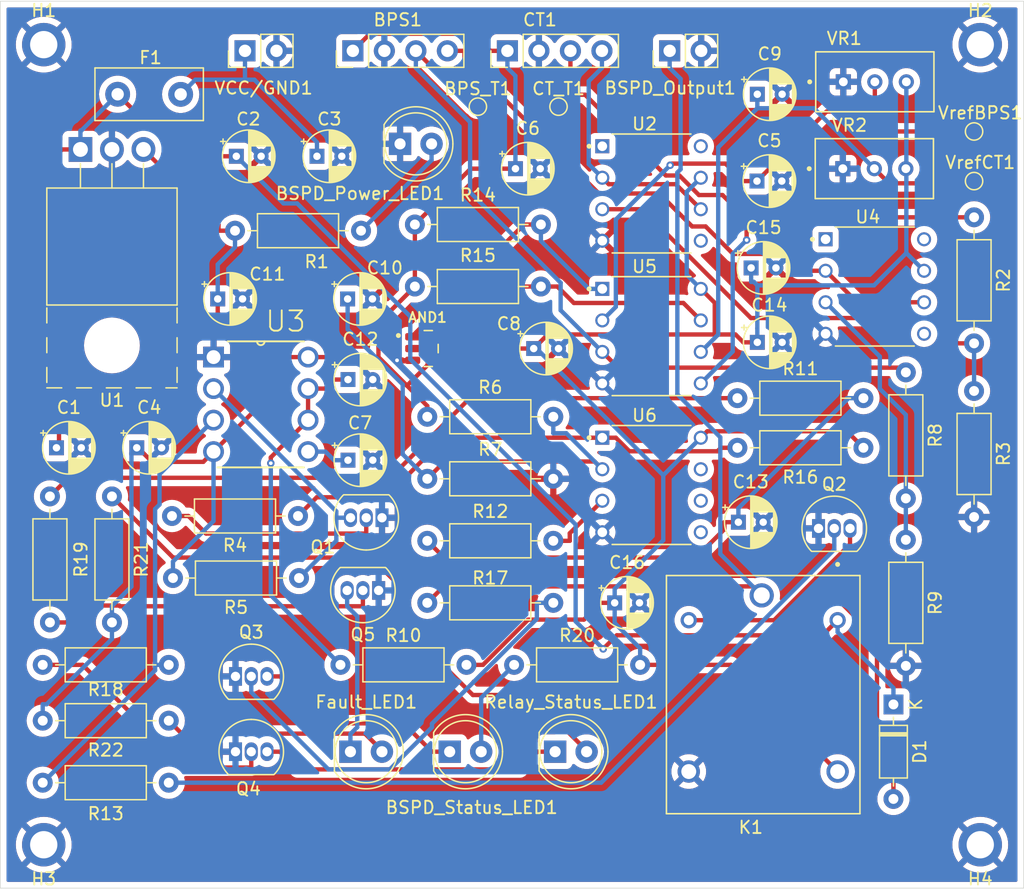
<source format=kicad_pcb>
(kicad_pcb (version 20240108) (generator "pcbnew") (generator_version "8.0")
  (layers (0 "F.Cu" signal) (31 "B.Cu" signal) (34 "B.Paste" user) (35 "F.Paste" user) (36 "B.SilkS" user "B.Silkscreen") (37 "F.SilkS" user "F.Silkscreen") (38 "B.Mask" user) (39 "F.Mask" user) (44 "Edge.Cuts" user))
  (net 0 "")
  (net 1 "CT_OUT")
  (net 2 "5V")
  (net 3 "BPS_OUT")
  (net 4 "AND_OUT")
  (net 5 "GND")
  (net 6 "BPS_IN")
  (net 7 "Net-(BSPD_Power_LED1-A)")
  (net 8 "Net-(BSPD_Status_LED1-A)")
  (net 9 "Net-(BSPD_Status_LED1-K)")
  (net 10 "+12V")
  (net 11 "CT_IN")
  (net 12 "Net-(D1-A)")
  (net 13 "Net-(Fault_LED1-A)")
  (net 14 "Net-(Fault_LED1-K)")
  (net 15 "BSPD_OUT")
  (net 16 "Net-(Q1-C)")
  (net 17 "Net-(Q1-B)")
  (net 18 "Net-(Q2-B)")
  (net 19 "Net-(Q3-B)")
  (net 20 "Net-(Q4-B)")
  (net 21 "Net-(Q4-C)")
  (net 22 "Net-(Q5-B)")
  (net 23 "500ms_out")
  (net 24 "Vref(2.5V)")
  (net 25 "10sec_OUT")
  (net 26 "Net-(Relay_Status_LED1-A)")
  (net 27 "Vref_CT")
  (net 28 "Vref_BPS")
  (net 29 "BPS_VCU")
  (net 30 "CT_VCU")
  (net 31 "Net-(VCC/GND1-Pin_1)")
  (net 32 "Net-(U3-CV)")
  (net 33 "Net-(U3-DIS)")
  (net 34 "Net-(C13-Pad1)")
  (net 35 "Net-(U2-+)")
  (net 36 "Net-(U4-+)")
  (net 37 "Net-(U6-1IN+)")
  (footprint "Capacitor_THT:CP_Radial_D4.0mm_P2.00mm" (layer "F.Cu") (at 107.5274 86)
    (property "Reference" "C11")
    (property "Value" "0.1uf")
  )
  (footprint "NE555:DIP254P762X533-8" (layer "F.Cu") (at 114.81 98.31)
    (property "Reference" "U3")
    (property "Value" "NE555D")
  )
  (footprint "Resistor_THT:R_Axial_DIN0207_L6.3mm_D2.5mm_P10.16mm_Horizontal" (layer "F.Cu") (at 123.42 80)
    (property "Reference" "R14")
    (property "Value" "10k")
  )
  (footprint "Resistor_THT:R_Axial_DIN0207_L6.3mm_D2.5mm_P10.16mm_Horizontal" (layer "F.Cu") (at 163 105.42 -90)
    (property "Reference" "R9")
    (property "Value" "10k")
  )
  (footprint "LED_THT:LED_D5.0mm_IRGrey" (layer "F.Cu") (at 122.225 73.5)
    (property "Reference" "BSPD_Power_LED1")
    (property "Value" "CQY99")
  )
  (footprint "Capacitor_THT:CP_Radial_D4.0mm_P2.00mm" (layer "F.Cu") (at 115.5274 74.5)
    (property "Reference" "C3")
    (property "Value" "0.1uf")
  )
  (footprint "MountingHole:MountingHole_2.2mm_M2_ISO7380_Pad" (layer "F.Cu") (at 93.5 65.5)
    (property "Reference" "H1")
    (property "Value" "MountingHole_Pad")
  )
  (footprint "Capacitor_THT:CP_Radial_D4.0mm_P2.00mm" (layer "F.Cu") (at 151.0274 69.5)
    (property "Reference" "C9")
    (property "Value" "0.1uf")
  )
  (footprint "Trimmer Pot:TRIM_3296W-OT1-103LF" (layer "F.Cu") (at 160.5 68.5)
    (property "Reference" "VR1")
    (property "Value" "10K")
  )
  (footprint "Capacitor_THT:CP_Radial_D4.0mm_P2.00mm" (layer "F.Cu") (at 109.0274 74.5)
    (property "Reference" "C2")
    (property "Value" "0.1uf")
  )
  (footprint "Capacitor_THT:CP_Radial_D4.0mm_P2.00mm" (layer "F.Cu") (at 151.0274 89.5)
    (property "Reference" "C14")
    (property "Value" "0.1uf")
  )
  (footprint "Resistor_THT:R_Axial_DIN0207_L6.3mm_D2.5mm_P10.16mm_Horizontal" (layer "F.Cu") (at 117.42 115.5)
    (property "Reference" "R10")
    (property "Value" "750k")
  )
  (footprint "LM393_THT:DIP794W45P254L959H508Q8" (layer "F.Cu") (at 142.5 89)
    (property "Reference" "U5")
    (property "Value" "LM393DR")
  )
  (footprint "MountingHole:MountingHole_2.2mm_M2_ISO7380_Pad" (layer "F.Cu") (at 169 130 180)
    (property "Reference" "H4")
    (property "Value" "MountingHole_Pad")
  )
  (footprint "Resistor_THT:R_Axial_DIN0207_L6.3mm_D2.5mm_P10.16mm_Horizontal" (layer "F.Cu") (at 123.42 85)
    (property "Reference" "R15")
    (property "Value" "10k")
  )
  (footprint "Single AND Gate:SOT95P280X145-5N" (layer "F.Cu") (at 124.5 90)
    (property "Reference" "AND1")
    (property "Value" "SN74LVC1G08DBVRE4")
  )
  (footprint "Resistor_THT:R_Axial_DIN0207_L6.3mm_D2.5mm_P10.16mm_Horizontal" (layer "F.Cu") (at 159.58 98 180)
    (property "Reference" "R16")
    (property "Value" "10k")
  )
  (footprint "Package_TO_SOT_THT:TO-92_Inline" (layer "F.Cu") (at 120.77 103.64 180)
    (property "Reference" "Q1")
    (property "Value" "2N3904")
  )
  (footprint "Package_TO_SOT_THT:TO-220F-3_Horizontal_TabUp" (layer "F.Cu") (at 96.46 73.95)
    (property "Reference" "U1")
    (property "Value" "L7805")
  )
  (footprint "Capacitor_THT:CP_Radial_D4.0mm_P2.00mm" (layer "F.Cu") (at 139.5274 110.5)
    (property "Reference" "C16")
    (property "Value" "0.1uf")
  )
  (footprint "Resistor_THT:R_Axial_DIN0207_L6.3mm_D2.5mm_P10.16mm_Horizontal" (layer "F.Cu") (at 103.58 120 180)
    (property "Reference" "R22")
    (property "Value" "220")
  )
  (footprint "Resistor_THT:R_Axial_DIN0207_L6.3mm_D2.5mm_P10.16mm_Horizontal" (layer "F.Cu") (at 131.42 115.5)
    (property "Reference" "R20")
    (property "Value" "220")
  )
  (footprint "Capacitor_THT:CP_Radial_D4.0mm_P2.00mm" (layer "F.Cu") (at 118.0274 92.5)
    (property "Reference" "C12")
    (property "Value" "10uF")
  )
  (footprint "Capacitor_THT:CP_Radial_D4.0mm_P2.00mm" (layer "F.Cu") (at 131.5274 75.5)
    (property "Reference" "C6")
    (property "Value" "0.1uf")
  )
  (footprint "Package_TO_SOT_THT:TO-92_Inline" (layer "F.Cu") (at 155.96 104.5)
    (property "Reference" "Q2")
    (property "Value" "2N3904")
  )
  (footprint "Resistor_THT:R_Axial_DIN0207_L6.3mm_D2.5mm_P10.16mm_Horizontal" (layer "F.Cu") (at 114 103.5 180)
    (property "Reference" "R4")
    (property "Value" "1k")
  )
  (footprint "LM741CN_NOPB:DIP794W45P254L959H508Q8" (layer "F.Cu") (at 142.5 77.5)
    (property "Reference" "U2")
    (property "Value" "LM741")
  )
  (footprint "LED_THT:LED_D5.0mm_IRGrey" (layer "F.Cu") (at 118.225 122.5)
    (property "Reference" "Fault_LED1")
    (property "Value" "CQY99")
  )
  (footprint "Resistor_THT:R_Axial_DIN0207_L6.3mm_D2.5mm_P10.16mm_Horizontal" (layer "F.Cu") (at 124.42 105.5)
    (property "Reference" "R12")
    (property "Value" "220")
  )
  (footprint "TestPoint:TestPoint_Pad_D1.0mm" (layer "F.Cu") (at 168.5 72.5)
    (property "Reference" "VrefBPS1")
    (property "Value" "TestPoint")
  )
  (footprint "Resistor_THT:R_Axial_DIN0207_L6.3mm_D2.5mm_P10.16mm_Horizontal" (layer "F.Cu") (at 168.5 93.42 -90)
    (property "Reference" "R3")
    (property "Value" "10k")
  )
  (footprint "Resistor_THT:R_Axial_DIN0207_L6.3mm_D2.5mm_P10.16mm_Horizontal" (layer "F.Cu") (at 99 101.92 -90)
    (property "Reference" "R21")
    (property "Value" "220")
  )
  (footprint "Package_TO_SOT_THT:TO-92_Inline" (layer "F.Cu") (at 108.96 122.5)
    (property "Reference" "Q4")
    (property "Value" "2N3904")
  )
  (footprint "Connector_PinHeader_2.54mm:PinHeader_1x04_P2.54mm_Vertical" (layer "F.Cu") (at 130.88 66 90)
    (property "Reference" "CT1")
    (property "Value" "Screw_Terminal_01x04")
  )
  (footprint "Resistor_THT:R_Axial_DIN0207_L6.3mm_D2.5mm_P10.16mm_Horizontal" (layer "F.Cu") (at 168.5 79.42 -90)
    (property "Reference" "R2")
    (property "Value" "5k")
  )
  (footprint "TestPoint:TestPoint_Pad_D1.0mm" (layer "F.Cu") (at 135 70.5)
    (property "Reference" "CT_T1")
    (property "Value" "TestPoint")
  )
  (footprint "TestPoint:TestPoint_Pad_D1.0mm" (layer "F.Cu") (at 168.5 76.5)
    (property "Reference" "VrefCT1")
    (property "Value" "TestPoint")
  )
  (footprint "TestPoint:TestPoint_Pad_D1.0mm" (layer "F.Cu") (at 128.5 70.5)
    (property "Reference" "BPS_T1")
    (property "Value" "TestPoint")
  )
  (footprint "Capacitor_THT:CP_Radial_D4.0mm_P2.00mm" (layer "F.Cu") (at 149.5 104)
    (property "Reference" "C13")
    (property "Value" "10uF")
  )
  (footprint "Fuse:Fuse_Littelfuse_395Series" (layer "F.Cu") (at 99.46 69.5)
    (property "Reference" "F1")
    (property "Value" "Polyfuse")
  )
  (footprint "LM741CN_NOPB:DIP794W45P254L959H508Q8" (layer "F.Cu") (at 160.5 85)
    (property "Reference" "U4")
    (property "Value" "LM741")
  )
  (footprint "Trimmer Pot:TRIM_3296W-OT1-103LF" (layer "F.Cu") (at 160.46 75.5)
    (property "Reference" "VR2")
    (property "Value" "10K")
  )
  (footprint "Resistor_THT:R_Axial_DIN0207_L6.3mm_D2.5mm_P10.16mm_Horizontal" (layer "F.Cu") (at 149.42 94)
    (property "Reference" "R11")
    (property "Value" "10k")
  )
  (footprint "Package_TO_SOT_THT:TO-92_Inline" (layer "F.Cu") (at 120.5 109.5 180)
    (property "Reference" "Q5")
    (property "Value" "2N3904")
  )
  (footprint "Resistor_THT:R_Axial_DIN0207_L6.3mm_D2.5mm_P10.16mm_Horizontal" (layer "F.Cu") (at 163 91.92 -90)
    (property "Reference" "R8")
    (property "Value" "5k")
  )
  (footprint "Capacitor_THT:CP_Radial_D4.0mm_P2.00mm" (layer "F.Cu") (at 133 90)
    (property "Reference" "C8")
    (property "Value" "0.1uf")
  )
  (footprint "LED_THT:LED_D5.0mm_IRGrey" (layer "F.Cu") (at 134.725 122.5)
    (property "Reference" "Relay_Status_LED1")
    (property "Value" "CQY99")
  )
  (footprint "Connector_PinHeader_2.54mm:PinHeader_1x02_P2.54mm_Vertical" (layer "F.Cu") (at 109.725 66 90)
    (property "Reference" "VCC/GND1")
    (property "Value" "Screw_Terminal_01x02")
  )
  (footprint "Connector_PinHeader_2.54mm:PinHeader_1x04_P2.54mm_Vertical" (layer "F.Cu") (at 118.42 66 90)
    (property "Reference" "BPS1")
    (property "Value" "Screw_Terminal_01x04")
  )
  (footprint "Connector_PinHeader_2.54mm:PinHeader_1x02_P2.54mm_Vertical" (layer "F.Cu") (at 143.96 66 90)
    (property "Reference" "BSPD_Output1")
    (property "Value" "Screw_Terminal_01x02")
  )
  (footprint "Resistor_THT:R_Axial_DIN0207_L6.3mm_D2.5mm_P10.16mm_Horizontal" (layer "F.Cu") (at 94 101.92 -90)
    (property "Reference" "R19")
    (property "Value" "1k")
  )
  (footprint "Resistor_THT:R_Axial_DIN0207_L6.3mm_D2.5mm_P10.16mm_Horizontal" (layer "F.Cu") (at 124.42 95.5)
    (property "Reference" "R6")
    (property "Value" "10k")
  )
  (footprint "Resistor_THT:R_Axial_DIN0207_L6.3mm_D2.5mm_P10.16mm_Horizontal" (layer "F.Cu") (at 124.42 100.5)
    (property "Reference" "R7")
    (property "Value" "10k")
  )
  (footprint "Capacitor_THT:CP_Radial_D4.0mm_P2.00mm" (layer "F.Cu") (at 150.5274 83.5)
    (property "Reference" "C15")
    (property "Value" "0.1uf")
  )
  (footprint "Resistor_THT:R_Axial_DIN0207_L6.3mm_D2.5mm_P10.16mm_Horizontal" (layer "F.Cu") (at 124.42 110.5)
    (property "Reference" "R17")
    (property "Value" "1k")
  )
  (footprint "Capacitor_THT:CP_Radial_D4.0mm_P2.00mm" (layer "F.Cu") (at 94.5274 98)
    (property "Reference" "C1")
    (property "Value" "0.33uf")
  )
  (footprint "MountingHole:MountingHole_2.2mm_M2_ISO7380_Pad" (layer "F.Cu") (at 93.5 130 180)
    (property "Reference" "H3")
    (property "Value" "MountingHole_Pad")
  )
  (footprint "Resistor_THT:R_Axial_DIN0207_L6.3mm_D2.5mm_P10.16mm_Horizontal" (layer "F.Cu") (at 93.42 125)
    (property "Reference" "R13")
    (property "Value" "1k")
  )
  (footprint "Resistor_THT:R_Axial_DIN0207_L6.3mm_D2.5mm_P10.16mm_Horizontal" (layer "F.Cu") (at 119.08 80.5 180)
    (property "Reference" "R1")
    (property "Value" "220")
  )
  (footprint "LM393_THT:DIP794W45P254L959H508Q8" (layer "F.Cu") (at 142.5 101)
    (property "Reference" "U6")
    (property "Value" "LM393DR")
  )
  (footprint "Diode_THT:D_DO-35_SOD27_P7.62mm_Horizontal" (layer "F.Cu") (at 162 118.69 -90)
    (property "Reference" "D1")
    (property "Value" "D")
  )
  (footprint "Resistor_THT:R_Axial_DIN0207_L6.3mm_D2.5mm_P10.16mm_Horizontal" (layer "F.Cu") (at 114.08 108.5 180)
    (property "Reference" "R5")
    (property "Value" "1k")
  )
  (footprint "Package_TO_SOT_THT:TO-92_Inline" (layer "F.Cu") (at 108.96 116.43)
    (property "Reference" "Q3")
    (property "Value" "2N3904")
  )
  (footprint "MountingHole:MountingHole_2.2mm_M2_ISO7380_Pad" (layer "F.Cu") (at 169 65.5)
    (property "Reference" "H2")
    (property "Value" "MountingHole_Pad")
  )
  (footprint "Resistor_THT:R_Axial_DIN0207_L6.3mm_D2.5mm_P10.16mm_Horizontal" (layer "F.Cu") (at 103.58 115.5 180)
    (property "Reference" "R18")
    (property "Value" "1k")
  )
  (footprint "LED_THT:LED_D5.0mm_IRGrey" (layer "F.Cu") (at 126.225 122.5)
    (property "Reference" "BSPD_Status_LED1")
    (property "Value" "CQY99")
  )
  (footprint "Relay SPDT 12V:RELAY_SRD-12VDC-SL-C" (layer "F.Cu") (at 151.5 118 -90)
    (property "Reference" "K1")
    (property "Value" "SRD-12VDC-SL-C")
  )
  (footprint "Capacitor_THT:CP_Radial_D4.0mm_P2.00mm" (layer "F.Cu") (at 118.0274 99)
    (property "Reference" "C7")
    (property "Value" "10nF")
  )
  (footprint "Capacitor_THT:CP_Radial_D4.0mm_P2.00mm" (layer "F.Cu") (at 118 86)
    (property "Reference" "C10")
    (property "Value" "0.1uf")
  )
  (footprint "Capacitor_THT:CP_Radial_D4.0mm_P2.00mm" (layer "F.Cu") (at 151 76.5)
    (property "Reference" "C5")
    (property "Value" "0.1uf")
  )
  (footprint "Capacitor_THT:CP_Radial_D4.0mm_P2.00mm" (layer "F.Cu") (at 101 98)
    (property "Reference" "C4")
    (property "Value" "0.1uf")
  )
  (gr_rect (start 90 62) (end 172.5 133.5) (stroke (width 0.05)) (fill none) (layer "Edge.Cuts"))
  (segment (start 124.5 89.3815) (end 124.5 88.7333) (width 0.35) (layer "F.Cu") (net 1))
  (segment (start 134.9067 85) (end 136.2334 86.3267) (width 0.35) (layer "F.Cu") (net 1))
  (segment (start 123.245 90) (end 123.8815 90) (width 0.35) (layer "F.Cu") (net 1))
  (segment (start 128.2333 85) (end 133.58 85) (width 0.35) (layer "F.Cu") (net 1))
  (segment (start 133.58 85) (end 134.9067 85) (width 0.35) (layer "F.Cu") (net 1))
  (segment (start 123.8815 90) (end 124.5 89.3815) (width 0.35) (layer "F.Cu") (net 1))
  (segment (start 145.0667 86.3267) (end 146.47 87.73) (width 0.35) (layer "F.Cu") (net 1))
  (segment (start 124.5 88.7333) (end 128.2333 85) (width 0.35) (layer "F.Cu") (net 1))
  (segment (start 136.2334 86.3267) (end 145.0667 86.3267) (width 0.35) (layer "F.Cu") (net 1))
  (segment (start 107.5933 80.0033) (end 107.5933 80.5) (width 0.35) (layer "F.Cu") (net 2))
  (segment (start 122.7849 92.9909) (end 124.4516 91.3242) (width 0.35) (layer "F.Cu") (net 2))
  (segment (start 123.42 85) (end 120.484 87.936) (width 0.35) (layer "F.Cu") (net 2))
  (segment (start 107.19 98.31) (end 111 94.5) (width 0.35) (layer "F.Cu") (net 2))
  (segment (start 149.2666 88.8659) (end 147.5957 88.8659) (width 0.35) (layer "F.Cu") (net 2))
  (segment (start 127.58 115.5) (end 128.9067 115.5) (width 0.35) (layer "F.Cu") (net 2))
  (segment (start 124.42 95.5) (end 124.42 94.626) (width 0.35) (layer "F.Cu") (net 2))
  (segment (start 147.5957 86.3157) (end 147.5957 88.8659) (width 0.35) (layer "F.Cu") (net 2))
  (segment (start 148.9 115.5) (end 142.9067 115.5) (width 0.35) (layer "F.Cu") (net 2))
  (segment (start 124.4516 91.3242) (end 124.4516 90.6745) (width 0.35) (layer "F.Cu") (net 2))
  (segment (start 127.92 75.5) (end 131.5274 75.5) (width 0.35) (layer "F.Cu") (net 2))
  (segment (start 146.47 85.19) (end 147.5957 86.3157) (width 0.35) (layer "F.Cu") (net 2))
  (segment (start 101.54 73.95) (end 107.5933 80.0033) (width 0.35) (layer "F.Cu") (net 2))
  (segment (start 138.4007 110.5) (end 137.049 111.8517) (width 0.35) (layer "F.Cu") (net 2))
  (segment (start 122.7849 92.9909) (end 120.484 90.69) (width 0.35) (layer "F.Cu") (net 2))
  (segment (start 120.484 90.69) (end 114.81 90.69) (width 0.35) (layer "F.Cu") (net 2))
  (segment (start 139.5274 110.5) (end 138.4007 110.5) (width 0.35) (layer "F.Cu") (net 2))
  (segment (start 111 90.69) (end 114.81 90.69) (width 0.35) (layer "F.Cu") (net 2))
  (segment (start 146.47 97.19) (end 146.9906 96.6694) (width 0.35) (layer "F.Cu") (net 2))
  (segment (start 146.9906 96.6694) (end 158.2494 96.6694) (width 0.35) (layer "F.Cu") (net 2))
  (segment (start 125.8574 89.1524) (end 125.8574 89.2687) (width 0.35) (layer "F.Cu") (net 2))
  (segment (start 111 94.5) (end 111 90.69) (width 0.35) (layer "F.Cu") (net 2))
  (segment (start 123.42 80) (end 123.42 85) (width 0.35) (layer "F.Cu") (net 2))
  (segment (start 131.142 89.2687) (end 131.8733 90) (width 0.35) (layer "F.Cu") (net 2))
  (segment (start 137.049 111.8517) (end 132.555 111.8517) (width 0.35) (layer "F.Cu") (net 2))
  (segment (start 151.0274 89.5) (end 149.9007 89.5) (width 0.35) (layer "F.Cu") (net 2))
  (segment (start 125.8574 89.2687) (end 131.142 89.2687) (width 0.35) (layer "F.Cu") (net 2))
  (segment (start 108.92 80.5) (end 107.5933 80.5) (width 0.35) (layer "F.Cu") (net 2))
  (segment (start 120.484 87.936) (end 120.484 90.69) (width 0.35) (layer "F.Cu") (net 2))
  (segment (start 118.42 66) (end 119.7967 64.6233) (width 0.35) (layer "F.Cu") (net 2))
  (segment (start 119.7967 64.6233) (end 128.1266 64.6233) (width 0.35) (layer "F.Cu") (net 2))
  (segment (start 101.1014 98) (end 101 98) (width 0.35) (layer "F.Cu") (net 2))
  (segment (start 133 90) (end 131.8733 90) (width 0.35) (layer "F.Cu") (net 2))
  (segment (start 132.555 111.8517) (end 128.9067 115.5) (width 0.35) (layer "F.Cu") (net 2))
  (segment (start 111 90.5993) (end 107.5274 87.1267) (width 0.35) (layer "F.Cu") (net 2))
  (segment (start 147.5957 88.8659) (end 134.1341 88.8659) (width 0.35) (layer "F.Cu") (net 2))
  (segment (start 134.1341 88.8659) (end 133 90) (width 0.35) (layer "F.Cu") (net 2))
  (segment (start 102.2375 99.1361) (end 101.1014 98) (width 0.35) (layer "F.Cu") (net 2))
  (segment (start 124.42 94.626) (end 122.7849 92.9909) (width 0.35) (layer "F.Cu") (net 2))
  (segment (start 111 90.69) (end 111 90.5993) (width 0.35) (layer "F.Cu") (net 2))
  (segment (start 125.755 89.05) (end 125.8574 89.1524) (width 0.35) (layer "F.Cu") (net 2))
  (segment (start 158.2494 96.6694) (end 159.58 98) (width 0.35) (layer "F.Cu") (net 2))
  (segment (start 141.58 115.5) (end 142.9067 115.5) (width 0.35) (layer "F.Cu") (net 2))
  (segment (start 149.9007 89.5) (end 149.2666 88.8659) (width 0.35) (layer "F.Cu") (net 2))
  (segment (start 157.5 124.1) (end 148.9 115.5) (width 0.35) (layer "F.Cu") (net 2))
  (segment (start 123.42 80) (end 127.92 75.5) (width 0.35) (layer "F.Cu") (net 2))
  (segment (start 124.4516 90.6745) (end 125.8574 89.2687) (width 0.35) (layer "F.Cu") (net 2))
  (segment (start 107.19 98.31) (end 106.3639 99.1361) (width 0.35) (layer "F.Cu") (net 2))
  (segment (start 130.88 66) (end 129.5033 66) (width 0.35) (layer "F.Cu") (net 2))
  (segment (start 107.5274 86) (end 107.5274 87.1267) (width 0.35) (layer "F.Cu") (net 2))
  (segment (start 106.3639 99.1361) (end 102.2375 99.1361) (width 0.35) (layer "F.Cu") (net 2))
  (segment (start 128.1266 64.6233) (end 129.5033 66) (width 0.35) (layer "F.Cu") (net 2))
  (segment (start 108.92 80.5) (end 108.92 81.8267) (width 0.35) (layer "B.Cu") (net 2))
  (segment (start 139.5274 110.5) (end 139.5274 109.3733) (width 0.35) (layer "B.Cu") (net 2))
  (segment (start 99 112.08) (end 99 110.7533) (width 0.35) (layer "B.Cu") (net 2))
  (segment (start 143.4439 100.2161) (end 133.2278 90) (width 0.35) (layer "B.Cu") (net 2))
  (segment (start 143.4439 100.2161) (end 143.4439 105.4568) (width 0.35) (layer "B.Cu") (net 2))
  (segment (start 141.58 115.5) (end 141.58 114.1733) (width 0.35) (layer "B.Cu") (net 2))
  (segment (start 100.5728 98.4272) (end 100.5728 109.1805) (width 0.35) (layer "B.Cu") (net 2))
  (segment (start 131.5274 68.0241) (end 130.88 67.3767) (width 0.35) (layer "B.Cu") (net 2))
  (segment (start 99 112.08) (end 99 113.4067) (width 0.35) (layer "B.Cu") (net 2))
  (segment (start 101 98) (end 100.5728 98.4272) (width 0.35) (layer "B.Cu") (net 2))
  (segment (start 151.0274 84.9062) (end 160.4338 84.9062) (width 0.35) (layer "B.Cu") (net 2))
  (segment (start 93.7334 118.6733) (end 93.42 118.6733) (width 0.35) (layer "B.Cu") (net 2))
  (segment (start 146.47 97.19) (end 143.4439 100.2161) (width 0.35) (layer "B.Cu") (net 2))
  (segment (start 163.04 82.3) (end 163.04 75.5) (width 0.35) (layer "B.Cu") (net 2))
  (segment (start 107.19 103.9033) (end 107.19 98.31) (width 0.35) (layer "B.Cu") (net 2))
  (segment (start 107.5274 83.2193) (end 108.92 81.8267) (width 0.35) (layer "B.Cu") (net 2))
  (segment (start 143.4439 105.4568) (end 139.5274 109.3733) (width 0.35) (layer "B.Cu") (net 2))
  (segment (start 150.5274 83.5) (end 150.5274 84.6267) (width 0.35) (layer "B.Cu") (net 2))
  (segment (start 151.0274 84.9062) (end 151.0274 88.3733) (width 0.35) (layer "B.Cu") (net 2))
  (segment (start 150.5274 84.6267) (end 150.7479 84.6267) (width 0.35) (layer "B.Cu") (net 2))
  (segment (start 139.5274 110.5) (end 139.5274 112.1207) (width 0.35) (layer "B.Cu") (net 2))
  (segment (start 151.0274 89.5) (end 151.0274 88.3733) (width 0.35) (layer "B.Cu") (net 2))
  (segment (start 100.5728 109.1805) (end 99 110.7533) (width 0.35) (layer "B.Cu") (net 2))
  (segment (start 146.47 85.19) (end 145.3366 84.0566) (width 0.35) (layer "B.Cu") (net 2))
  (segment (start 107.5274 86) (end 107.5274 83.2193) (width 0.35) (layer "B.Cu") (net 2))
  (segment (start 150.7479 84.6267) (end 151.0274 84.9062) (width 0.35) (layer "B.Cu") (net 2))
  (segment (start 160.4338 84.9062) (end 163.04 82.3) (width 0.35) (layer "B.Cu") (net 2))
  (segment (start 103.92 107.1733) (end 107.19 103.9033) (width 0.35) (layer "B.Cu") (net 2))
  (segment (start 131.5274 75.5) (end 131.5274 68.0241) (width 0.35) (layer "B.Cu") (net 2))
  (segment (start 164.47 83.73) (end 163.04 82.3) (width 0.35) (layer "B.Cu") (net 2))
  (segment (start 103.92 108.5) (end 103.92 107.1733) (width 0.35) (layer "B.Cu") (net 2))
  (segment (start 99 113.4067) (end 93.7334 118.6733) (width 0.35) (layer "B.Cu") (net 2))
  (segment (start 163 75.5) (end 163.04 75.5) (width 0.35) (layer "B.Cu") (net 2))
  (segment (start 130.88 66) (end 130.88 67.3767) (width 0.35) (layer "B.Cu") (net 2))
  (segment (start 133.2278 90) (end 133 90) (width 0.35) (layer "B.Cu") (net 2))
  (segment (start 145.3366 77.3634) (end 146.47 76.23) (width 0.35) (layer "B.Cu") (net 2))
  (segment (start 145.3366 84.0566) (end 145.3366 77.3634) (width 0.35) (layer "B.Cu") (net 2))
  (segment (start 93.42 120) (end 93.42 118.6733) (width 0.35) (layer "B.Cu") (net 2))
  (segment (start 163.04 75.5) (end 163.04 68.5) (width 0.35) (layer "B.Cu") (net 2))
  (segment (start 139.5274 112.1207) (end 141.58 114.1733) (width 0.35) (layer "B.Cu") (net 2))
  (segment (start 132.2174 80) (end 133.58 80) (width 0.35) (layer "F.Cu") (net 3))
  (segment (start 123.245 89.05) (end 123.245 88.9724) (width 0.35) (layer "F.Cu") (net 3))
  (segment (start 123.245 88.9724) (end 132.2174 80) (width 0.35) (layer "F.Cu") (net 3))
  (segment (start 138.53 85.19) (end 137.4383 85.19) (width 0.35) (layer "B.Cu") (net 3))
  (segment (start 133.58 81.3267) (end 137.4383 85.185) (width 0.35) (layer "B.Cu") (net 3))
  (segment (start 133.58 80) (end 133.58 81.3267) (width 0.35) (layer "B.Cu") (net 3))
  (segment (start 137.4383 85.185) (end 137.4383 85.19) (width 0.35) (layer "B.Cu") (net 3))
  (segment (start 128.3285 93.5234) (end 128.805 94) (width 0.35) (layer "F.Cu") (net 4))
  (segment (start 128.3285 93.5234) (end 121.4328 100.4191) (width 0.35) (layer "F.Cu") (net 4))
  (segment (start 128.805 94) (end 149.42 94) (width 0.35) (layer "F.Cu") (net 4))
  (segment (start 95.5009 100.4191) (end 94 101.92) (width 0.35) (layer "F.Cu") (net 4))
  (segment (start 125.755 90.95) (end 128.3285 93.5234) (width 0.35) (layer "F.Cu") (net 4))
  (segment (start 121.4328 100.4191) (end 95.5009 100.4191) (width 0.35) (layer "F.Cu") (net 4))
  (segment (start 121.9812 90.95) (end 123.245 90.95) (width 0.35) (layer "F.Cu") (net 5))
  (via (at 121.9812 90.95) (size 0.6) (drill 0.3) (layers "F.Cu" "B.Cu") (net 5))
  (segment (start 123.5 66) (end 128 70.5) (width 0.35) (layer "F.Cu") (net 6))
  (segment (start 162.62 91.54) (end 139.8 91.54) (width 0.35) (layer "F.Cu") (net 6))
  (segment (start 128 70.5) (end 128.5 70.5) (width 0.35) (layer "F.Cu") (net 6))
  (segment (start 163 91.92) (end 162.62 91.54) (width 0.35) (layer "F.Cu") (net 6))
  (segment (start 139.8 91.54) (end 138.53 90.27) (width 0.35) (layer "F.Cu") (net 6))
  (segment (start 138.53 90.27) (end 135.1712 86.9112) (width 0.35) (layer "B.Cu") (net 6))
  (segment (start 135.1712 84.6963) (end 127.8702 77.3953) (width 0.35) (layer "B.Cu") (net 6))
  (segment (start 123.5 66) (end 123.5 67.3767) (width 0.35) (layer "B.Cu") (net 6))
  (segment (start 127.8702 77.3953) (end 127.8702 71.7469) (width 0.35) (layer "B.Cu") (net 6))
  (segment (start 135.1712 86.9112) (end 135.1712 84.6963) (width 0.35) (layer "B.Cu") (net 6))
  (segment (start 127.8702 71.7469) (end 123.5 67.3767) (width 0.35) (layer "B.Cu") (net 6))
  (segment (start 119.08 80.5) (end 124.765 74.815) (width 0.35) (layer "B.Cu") (net 7))
  (segment (start 124.765 74.815) (end 124.765 73.5) (width 0.35) (layer "B.Cu") (net 7))
  (segment (start 128.765 122.5) (end 128.765 118.155) (width 0.35) (layer "B.Cu") (net 8))
  (segment (start 128.765 118.155) (end 131.42 115.5) (width 0.35) (layer "B.Cu") (net 8))
  (segment (start 116.3352 120.2135) (end 112.5517 116.43) (width 0.35) (layer "F.Cu") (net 9))
  (segment (start 111.5 116.43) (end 112.5517 116.43) (width 0.35) (layer "F.Cu") (net 9))
  (segment (start 122.5118 120.2135) (end 116.3352 120.2135) (width 0.35) (layer "F.Cu") (net 9))
  (segment (start 126.225 122.5) (end 124.7983 122.5) (width 0.35) (layer "F.Cu") (net 9))
  (segment (start 124.7983 122.5) (end 122.5118 120.2135) (width 0.35) (layer "F.Cu") (net 9))
  (segment (start 94.7318 98) (end 94.7318 74.199) (width 0.35) (layer "F.Cu") (net 10))
  (segment (start 156.2844 113.1156) (end 139.7 113.1156) (width 0.35) (layer "F.Cu") (net 10))
  (segment (start 139.7 113.1156) (end 138.6013 114.2143) (width 0.35) (layer "F.Cu") (net 10))
  (segment (start 104.46 74.5) (end 99.46 69.5) (width 0.35) (layer "F.Cu") (net 10))
  (segment (start 94.7318 74.199) (end 94.9808 73.95) (width 0.35) (layer "F.Cu") (net 10))
  (segment (start 157.5 111.9) (end 156.2844 113.1156) (width 0.35) (layer "F.Cu") (net 10))
  (segment (start 109.0274 74.5) (end 104.46 74.5) (width 0.35) (layer "F.Cu") (net 10))
  (segment (start 96.46 73.95) (end 94.9808 73.95) (width 0.35) (layer "F.Cu") (net 10))
  (segment (start 94.5274 98) (end 94.7318 98) (width 0.35) (layer "F.Cu") (net 10))
  (via (at 138.6013 114.2143) (size 0.6) (drill 0.3) (layers "F.Cu" "B.Cu") (net 10))
  (segment (start 96.46 72.4233) (end 96.5367 72.4233) (width 0.35) (layer "B.Cu") (net 10))
  (segment (start 96.5367 72.4233) (end 99.46 69.5) (width 0.35) (layer "B.Cu") (net 10))
  (segment (start 162 118.69) (end 162 117.3633) (width 0.35) (layer "B.Cu") (net 10))
  (segment (start 136.3806 104.1855) (end 123.0493 90.8542) (width 0.35) (layer "B.Cu") (net 10))
  (segment (start 96.46 73.95) (end 96.46 72.4233) (width 0.35) (layer "B.Cu") (net 10))
  (segment (start 136.3806 111.9936) (end 136.3806 104.1855) (width 0.35) (layer "B.Cu") (net 10))
  (segment (start 112.8274 78.3) (end 109.0274 74.5) (width 0.35) (layer "B.Cu") (net 10))
  (segment (start 123.0493 90.8542) (end 123.0493 87.4197) (width 0.35) (layer "B.Cu") (net 10))
  (segment (start 157.5 112.8633) (end 162 117.3633) (width 0.35) (layer "B.Cu") (net 10))
  (segment (start 123.0493 87.4197) (end 113.9296 78.3) (width 0.35) (layer "B.Cu") (net 10))
  (segment (start 157.5 111.9) (end 157.5 112.8633) (width 0.35) (layer "B.Cu") (net 10))
  (segment (start 113.9296 78.3) (end 112.8274 78.3) (width 0.35) (layer "B.Cu") (net 10))
  (segment (start 138.6013 114.2143) (end 136.3806 111.9936) (width 0.35) (layer "B.Cu") (net 10))
  (segment (start 135.96 69.54) (end 137.1447 69.54) (width 0.35) (layer "F.Cu") (net 11))
  (segment (start 144.7445 76.0503) (end 146.3194 77.6252) (width 0.35) (layer "F.Cu") (net 11))
  (segment (start 135.96 69.54) (end 135.96 66) (width 0.35) (layer "F.Cu") (net 11))
  (segment (start 135 70.5) (end 135.96 69.54) (width 0.35) (layer "F.Cu") (net 11))
  (segment (start 150.1639 79.5679) (end 150.3118 79.42) (width 0.35) (layer "F.Cu") (net 11))
  (segment (start 148.2212 77.6252) (end 150.1639 79.5679) (width 0.35) (layer "F.Cu") (net 11))
  (segment (start 150.1639 81.254) (end 150.1639 79.5679) (width 0.35) (layer "F.Cu") (net 11))
  (segment (start 143.655 76.0503) (end 144.7445 76.0503) (width 0.35) (layer "F.Cu") (net 11))
  (segment (start 137.1447 69.54) (end 143.655 76.0503) (width 0.35) (layer "F.Cu") (net 11))
  (segment (start 150.3118 79.42) (end 168.5 79.42) (width 0.35) (layer "F.Cu") (net 11))
  (segment (start 146.3194 77.6252) (end 148.2212 77.6252) (width 0.35) (layer "F.Cu") (net 11))
  (via (at 150.1639 81.254) (size 0.6) (drill 0.3) (layers "F.Cu" "B.Cu") (net 11))
  (segment (start 149.0431 82.3748) (end 150.1639 81.254) (width 0.35) (layer "B.Cu") (net 11))
  (segment (start 146.47 92.81) (end 149.0431 90.2369) (width 0.35) (layer "B.Cu") (net 11))
  (segment (start 149.0431 90.2369) (end 149.0431 82.3748) (width 0.35) (layer "B.Cu") (net 11))
  (segment (start 155.7835 108.4932) (end 152.3767 111.9) (width 0.35) (layer "F.Cu") (net 12))
  (segment (start 155.7835 108.4932) (end 160.6733 113.383) (width 0.35) (layer "F.Cu") (net 12))
  (segment (start 160.6733 113.383) (end 160.6733 123.6566) (width 0.35) (layer "F.Cu") (net 12))
  (segment (start 160.6733 123.6566) (end 162 124.9833) (width 0.35) (layer "F.Cu") (net 12))
  (segment (start 158.5 104.5) (end 158.5 105.7767) (width 0.35) (layer "F.Cu") (net 12))
  (segment (start 158.5 105.7767) (end 155.7835 108.4932) (width 0.35) (layer "F.Cu") (net 12))
  (segment (start 152.3767 111.9) (end 145.5 111.9) (width 0.35) (layer "F.Cu") (net 12))
  (segment (start 162 126.31) (end 162 124.9833) (width 0.35) (layer "F.Cu") (net 12))
  (segment (start 120.765 122.5) (end 120.765 122.4109) (width 0.35) (layer "F.Cu") (net 13))
  (segment (start 104.6235 121.0435) (end 103.58 120) (width 0.35) (layer "F.Cu") (net 13))
  (segment (start 120.765 122.4109) (end 119.3976 121.0435) (width 0.35) (layer "F.Cu") (net 13))
  (segment (start 119.3976 121.0435) (end 104.6235 121.0435) (width 0.35) (layer "F.Cu") (net 13))
  (segment (start 117.96 110.7767) (end 118.7737 111.5904) (width 0.35) (layer "B.Cu") (net 14))
  (segment (start 118.225 122.5) (end 118.225 121.0733) (width 0.35) (layer "B.Cu") (net 14))
  (segment (start 118.7737 111.5904) (end 118.7737 120.5246) (width 0.35) (layer "B.Cu") (net 14))
  (segment (start 118.7737 120.5246) (end 118.225 121.0733) (width 0.35) (layer "B.Cu") (net 14))
  (segment (start 117.96 109.5) (end 117.96 110.7767) (width 0.35) (layer "B.Cu") (net 14))
  (segment (start 125.7467 109.1733) (end 124.42 110.5) (width 0.35) (layer "F.Cu") (net 15))
  (segment (start 150.6533 109.1733) (end 125.7467 109.1733) (width 0.35) (layer "F.Cu") (net 15))
  (segment (start 151.38 109.9) (end 150.6533 109.1733) (width 0.35) (layer "F.Cu") (net 15))
  (segment (start 151.38 109.9) (end 148.0434 106.5634) (width 0.35) (layer "B.Cu") (net 15))
  (segment (start 148.0434 106.5634) (end 148.0434 97.1553) (width 0.35) (layer "B.Cu") (net 15))
  (segment (start 148.0434 97.1553) (end 144.5802 93.6921) (width 0.35) (layer "B.Cu") (net 15))
  (segment (start 144.8422 68.2589) (end 143.96 67.3767) (width 0.35) (layer "B.Cu") (net 15))
  (segment (start 144.8422 75.548) (end 144.8422 68.2589) (width 0.35) (layer "B.Cu") (net 15))
  (segment (start 144.5802 93.6921) (end 144.5802 75.81) (width 0.35) (layer "B.Cu") (net 15))
  (segment (start 144.5802 75.81) (end 144.8422 75.548) (width 0.35) (layer "B.Cu") (net 15))
  (segment (start 143.96 66) (end 143.96 67.3767) (width 0.35) (layer "B.Cu") (net 15))
  (segment (start 107.19 93.23) (end 117.0879 103.1279) (width 0.35) (layer "B.Cu") (net 16))
  (segment (start 117.0879 103.1279) (end 117.0879 103.64) (width 0.35) (layer "B.Cu") (net 16))
  (segment (start 117.0879 103.64) (end 117.0879 105.4921) (width 0.35) (layer "B.Cu") (net 16))
  (segment (start 118.23 103.64) (end 117.7042 103.64) (width 0.35) (layer "B.Cu") (net 16))
  (segment (start 117.7042 103.64) (end 117.0879 103.64) (width 0.35) (layer "B.Cu") (net 16))
  (segment (start 117.0879 105.4921) (end 114.08 108.5) (width 0.35) (layer "B.Cu") (net 16))
  (segment (start 103.84 103.5) (end 105.1667 103.5) (width 0.35) (layer "F.Cu") (net 17))
  (segment (start 119.5 103.64) (end 119.5 104.9167) (width 0.35) (layer "F.Cu") (net 17))
  (segment (start 119.5 104.9167) (end 106.5834 104.9167) (width 0.35) (layer "F.Cu") (net 17))
  (segment (start 106.5834 104.9167) (end 105.1667 103.5) (width 0.35) (layer "F.Cu") (net 17))
  (segment (start 138.4352 125) (end 157.23 106.2052) (width 0.35) (layer "B.Cu") (net 18))
  (segment (start 157.23 106.2052) (end 157.23 104.5) (width 0.35) (layer "B.Cu") (net 18))
  (segment (start 103.58 125) (end 138.4352 125) (width 0.35) (layer "B.Cu") (net 18))
  (segment (start 133.2533 110.5) (end 133.2533 111.7849) (width 0.35) (layer "B.Cu") (net 19))
  (segment (start 116.45 123.9267) (end 110.23 117.7067) (width 0.35) (layer "B.Cu") (net 19))
  (segment (start 134.58 110.5) (end 133.2533 110.5) (width 0.35) (layer "B.Cu") (net 19))
  (segment (start 124.7998 120.2384) (end 124.7998 120.5293) (width 0.35) (layer "B.Cu") (net 19))
  (segment (start 124.7998 120.5293) (end 121.4024 123.9267) (width 0.35) (layer "B.Cu") (net 19))
  (segment (start 110.23 116.43) (end 110.23 117.7067) (width 0.35) (layer "B.Cu") (net 19))
  (segment (start 121.4024 123.9267) (end 116.45 123.9267) (width 0.35) (layer "B.Cu") (net 19))
  (segment (start 133.2533 111.7849) (end 124.7998 120.2384) (width 0.35) (layer "B.Cu") (net 19))
  (segment (start 110.23 122.5) (end 110.23 123.7767) (width 0.35) (layer "F.Cu") (net 20))
  (segment (start 96.63 115.5) (end 104.9067 123.7767) (width 0.35) (layer "F.Cu") (net 20))
  (segment (start 104.9067 123.7767) (end 110.23 123.7767) (width 0.35) (layer "F.Cu") (net 20))
  (segment (start 93.42 115.5) (end 96.63 115.5) (width 0.35) (layer "F.Cu") (net 20))
  (segment (start 113.9784 123.9267) (end 131.8716 123.9267) (width 0.35) (layer "F.Cu") (net 21))
  (segment (start 112.5517 122.5) (end 113.9784 123.9267) (width 0.35) (layer "F.Cu") (net 21))
  (segment (start 131.8716 123.9267) (end 133.2983 122.5) (width 0.35) (layer "F.Cu") (net 21))
  (segment (start 134.725 122.5) (end 133.2983 122.5) (width 0.35) (layer "F.Cu") (net 21))
  (segment (start 111.5 122.5) (end 112.5517 122.5) (width 0.35) (layer "F.Cu") (net 21))
  (segment (start 96.6894 110.7173) (end 95.3267 112.08) (width 0.35) (layer "F.Cu") (net 22))
  (segment (start 99.5947 110.7173) (end 96.6894 110.7173) (width 0.35) (layer "F.Cu") (net 22))
  (segment (start 94 112.08) (end 95.3267 112.08) (width 0.35) (layer "F.Cu") (net 22))
  (segment (start 119.23 110.7767) (end 99.6541 110.7767) (width 0.35) (layer "F.Cu") (net 22))
  (segment (start 99.6541 110.7767) (end 99.5947 110.7173) (width 0.35) (layer "F.Cu") (net 22))
  (segment (start 119.23 109.5) (end 119.23 110.7767) (width 0.35) (layer "F.Cu") (net 22))
  (segment (start 125.8539 97.19) (end 138.53 97.19) (width 0.35) (layer "F.Cu") (net 23))
  (segment (start 147.8116 98.2817) (end 140.7134 98.2817) (width 0.35) (layer "F.Cu") (net 23))
  (segment (start 114 103.5) (end 115.5104 101.9896) (width 0.35) (layer "F.Cu") (net 23))
  (segment (start 121.0543 101.9896) (end 125.8539 97.19) (width 0.35) (layer "F.Cu") (net 23))
  (segment (start 140.7134 98.2817) (end 139.6217 97.19) (width 0.35) (layer "F.Cu") (net 23))
  (segment (start 149.42 98) (end 148.0933 98) (width 0.35) (layer "F.Cu") (net 23))
  (segment (start 138.53 97.19) (end 139.6217 97.19) (width 0.35) (layer "F.Cu") (net 23))
  (segment (start 115.5104 101.9896) (end 121.0543 101.9896) (width 0.35) (layer "F.Cu") (net 23))
  (segment (start 148.0933 98) (end 147.8116 98.2817) (width 0.35) (layer "F.Cu") (net 23))
  (segment (start 137.9049 99.1049) (end 138.53 99.73) (width 0.35) (layer "F.Cu") (net 24))
  (segment (start 125.8151 99.1049) (end 137.9049 99.1049) (width 0.35) (layer "F.Cu") (net 24))
  (segment (start 124.42 100.5) (end 125.8151 99.1049) (width 0.35) (layer "F.Cu") (net 24))
  (segment (start 122.4401 92.8919) (end 118 88.4518) (width 0.35) (layer "B.Cu") (net 24))
  (segment (start 122.4401 98.5201) (end 122.4401 92.8919) (width 0.35) (layer "B.Cu") (net 24))
  (segment (start 134.58 95.5) (end 134.58 96.8267) (width 0.35) (layer "B.Cu") (net 24))
  (segment (start 124.42 100.5) (end 122.4401 98.5201) (width 0.35) (layer "B.Cu") (net 24))
  (segment (start 135.6267 96.8267) (end 134.58 96.8267) (width 0.35) (layer "B.Cu") (net 24))
  (segment (start 118 88.4518) (end 118 86) (width 0.35) (layer "B.Cu") (net 24))
  (segment (start 138.53 99.73) (end 135.6267 96.8267) (width 0.35) (layer "B.Cu") (net 24))
  (segment (start 102.8356 102.5737) (end 102.8356 100.1244) (width 0.35) (layer "B.Cu") (net 25))
  (segment (start 102.4783 115.5) (end 102.4784 115.5) (width 0.35) (layer "B.Cu") (net 25))
  (segment (start 102.4784 115.5) (end 102.4784 102.9309) (width 0.35) (layer "B.Cu") (net 25))
  (segment (start 102.4783 115.9417) (end 102.4783 115.5) (width 0.35) (layer "B.Cu") (net 25))
  (segment (start 102.8356 100.1244) (end 107.19 95.77) (width 0.35) (layer "B.Cu") (net 25))
  (segment (start 102.4784 115.5) (end 103.58 115.5) (width 0.35) (layer "B.Cu") (net 25))
  (segment (start 93.42 125) (end 102.4783 115.9417) (width 0.35) (layer "B.Cu") (net 25))
  (segment (start 102.4784 102.9309) (end 102.8356 102.5737) (width 0.35) (layer "B.Cu") (net 25))
  (segment (start 132.7849 117.9308) (end 137.265 122.4109) (width 0.35) (layer "F.Cu") (net 26))
  (segment (start 99 101.92) (end 103.9314 106.8514) (width 0.35) (layer "F.Cu") (net 26))
  (segment (start 103.9314 106.8514) (end 119.9015 106.8514) (width 0.35) (layer "F.Cu") (net 26))
  (segment (start 128.0929 117.9308) (end 132.7849 117.9308) (width 0.35) (layer "F.Cu") (net 26))
  (segment (start 122.0046 108.9545) (end 122.0046 111.8425) (width 0.35) (layer "F.Cu") (net 26))
  (segment (start 137.265 122.4109) (end 137.265 122.5) (width 0.35) (layer "F.Cu") (net 26))
  (segment (start 119.9015 106.8514) (end 122.0046 108.9545) (width 0.35) (layer "F.Cu") (net 26))
  (segment (start 122.0046 111.8425) (end 128.0929 117.9308) (width 0.35) (layer "F.Cu") (net 26))
  (segment (start 161.6381 76.6781) (end 168.3219 76.6781) (width 0.35) (layer "F.Cu") (net 27))
  (segment (start 168.3219 76.6781) (end 168.5 76.5) (width 0.35) (layer "F.Cu") (net 27))
  (segment (start 160.46 75.5) (end 161.6381 76.6781) (width 0.35) (layer "F.Cu") (net 27))
  (segment (start 160.46 75.5) (end 155.5867 70.6267) (width 0.35) (layer "B.Cu") (net 27))
  (segment (start 147.8737 73.7804) (end 147.8737 88.8663) (width 0.35) (layer "B.Cu") (net 27))
  (segment (start 151.0274 69.5) (end 151.0274 70.6267) (width 0.35) (layer "B.Cu") (net 27))
  (segment (start 151.0274 70.6267) (end 147.8737 73.7804) (width 0.35) (layer "B.Cu") (net 27))
  (segment (start 155.5867 70.6267) (end 151.0274 70.6267) (width 0.35) (layer "B.Cu") (net 27))
  (segment (start 147.8737 88.8663) (end 146.47 90.27) (width 0.35) (layer "B.Cu") (net 27))
  (segment (start 156.608 70.892) (end 151 76.5) (width 0.35) (layer "F.Cu") (net 28))
  (segment (start 144.1292 75.0918) (end 148.4651 75.0918) (width 0.35) (layer "F.Cu") (net 28))
  (segment (start 160.5 70.892) (end 156.608 70.892) (width 0.35) (layer "F.Cu") (net 28))
  (segment (start 162.108 72.5) (end 160.5 70.892) (width 0.35) (layer "F.Cu") (net 28))
  (segment (start 151 76.5) (end 149.8733 76.5) (width 0.35) (layer "F.Cu") (net 28))
  (segment (start 143.9974 75.2236) (end 144.1292 75.0918) (width 0.35) (layer "F.Cu") (net 28))
  (segment (start 160.5 68.5) (end 160.5 70.892) (width 0.35) (layer "F.Cu") (net 28))
  (segment (start 168.5 72.5) (end 162.108 72.5) (width 0.35) (layer "F.Cu") (net 28))
  (segment (start 148.4651 75.0918) (end 149.8733 76.5) (width 0.35) (layer "F.Cu") (net 28))
  (via (at 143.9974 75.2236) (size 0.6) (drill 0.3) (layers "F.Cu" "B.Cu") (net 28))
  (segment (start 138.53 87.73) (end 139.6217 86.6383) (width 0.35) (layer "B.Cu") (net 28))
  (segment (start 139.6217 86.6383) (end 139.6217 79.5993) (width 0.35) (layer "B.Cu") (net 28))
  (segment (start 139.6217 79.5993) (end 143.9974 75.2236) (width 0.35) (layer "B.Cu") (net 28))
  (segment (start 159.07 86.27) (end 156.53 83.73) (width 0.35) (layer "F.Cu") (net 29))
  (segment (start 156.53 83.73) (end 154.3507 83.73) (width 0.35) (layer "F.Cu") (net 29))
  (segment (start 143.115 77.5) (end 138.2454 77.5) (width 0.35) (layer "F.Cu") (net 29))
  (segment (start 127.4167 66.6713) (end 127.4167 66) (width 0.35) (layer "F.Cu") (net 29))
  (segment (start 154.3507 83.7299) (end 152.9941 82.3733) (width 0.35) (layer "F.Cu") (net 29))
  (segment (start 164.47 86.27) (end 159.07 86.27) (width 0.35) (layer "F.Cu") (net 29))
  (segment (start 126.04 66) (end 127.4167 66) (width 0.35) (layer "F.Cu") (net 29))
  (segment (start 145.7729 80.1579) (end 143.115 77.5) (width 0.35) (layer "F.Cu") (net 29))
  (segment (start 138.2454 77.5) (end 127.4167 66.6713) (width 0.35) (layer "F.Cu") (net 29))
  (segment (start 154.3507 83.73) (end 154.3507 83.7299) (width 0.35) (layer "F.Cu") (net 29))
  (segment (start 146.8618 80.1579) (end 145.7729 80.1579) (width 0.35) (layer "F.Cu") (net 29))
  (segment (start 152.9941 82.3733) (end 149.0772 82.3733) (width 0.35) (layer "F.Cu") (net 29))
  (segment (start 149.0772 82.3733) (end 146.8618 80.1579) (width 0.35) (layer "F.Cu") (net 29))
  (segment (start 138.53 76.23) (end 139.052 76.752) (width 0.35) (layer "F.Cu") (net 30))
  (segment (start 139.052 76.752) (end 144.452 76.752) (width 0.35) (layer "F.Cu") (net 30))
  (segment (start 144.452 76.752) (end 146.47 78.77) (width 0.35) (layer "F.Cu") (net 30))
  (segment (start 138.5 66) (end 138.5 67.3767) (width 0.35) (layer "B.Cu") (net 30))
  (segment (start 137.4351 68.4416) (end 138.5 67.3767) (width 0.35) (layer "B.Cu") (net 30))
  (segment (start 138.53 76.23) (end 137.4351 75.1351) (width 0.35) (layer "B.Cu") (net 30))
  (segment (start 137.4351 75.1351) (end 137.4351 68.4416) (width 0.35) (layer "B.Cu") (net 30))
  (segment (start 105.7216 68.3284) (end 104.54 69.51) (width 0.35) (layer "B.Cu") (net 31))
  (segment (start 115.5274 73.3733) (end 110.4825 68.3284) (width 0.35) (layer "B.Cu") (net 31))
  (segment (start 110.4825 68.3284) (end 109.725 68.3284) (width 0.35) (layer "B.Cu") (net 31))
  (segment (start 115.5274 74.5) (end 115.5274 73.3733) (width 0.35) (layer "B.Cu") (net 31))
  (segment (start 109.725 68.3284) (end 105.7216 68.3284) (width 0.35) (layer "B.Cu") (net 31))
  (segment (start 109.725 68.3284) (end 109.725 66) (width 0.35) (layer "B.Cu") (net 31))
  (segment (start 114.81 98.31) (end 116.2107 98.31) (width 0.35) (layer "B.Cu") (net 32))
  (segment (start 118.0274 99) (end 116.9007 99) (width 0.35) (layer "B.Cu") (net 32))
  (segment (start 116.2107 98.31) (end 116.9007 99) (width 0.35) (layer "B.Cu") (net 32))
  (segment (start 116.1707 93.23) (end 116.9007 92.5) (width 0.35) (layer "F.Cu") (net 33))
  (segment (start 111.8067 98.7733) (end 111.8067 99.2423) (width 0.35) (layer "F.Cu") (net 33))
  (segment (start 114.81 93.23) (end 116.1707 93.23) (width 0.35) (layer "F.Cu") (net 33))
  (segment (start 118.0274 92.5) (end 116.9007 92.5) (width 0.35) (layer "F.Cu") (net 33))
  (segment (start 114.81 93.23) (end 114.81 95.77) (width 0.35) (layer "F.Cu") (net 33))
  (segment (start 114.81 95.77) (end 111.8067 98.7733) (width 0.35) (layer "F.Cu") (net 33))
  (via (at 111.8067 99.2423) (size 0.6) (drill 0.3) (layers "F.Cu" "B.Cu") (net 33))
  (segment (start 111.8067 109.8867) (end 117.42 115.5) (width 0.35) (layer "B.Cu") (net 33))
  (segment (start 111.8067 99.2423) (end 111.8067 109.8867) (width 0.35) (layer "B.Cu") (net 33))
  (segment (start 146.0884 106.8482) (end 125.7682 106.8482) (width 0.35) (layer "F.Cu") (net 34))
  (segment (start 148.3733 104.5633) (end 146.0884 106.8482) (width 0.35) (layer "F.Cu") (net 34))
  (segment (start 149.5 104) (end 148.3733 104) (width 0.35) (layer "F.Cu") (net 34))
  (segment (start 148.3733 104) (end 148.3733 104.5633) (width 0.35) (layer "F.Cu") (net 34))
  (segment (start 125.7682 106.8482) (end 124.42 105.5) (width 0.35) (layer "F.Cu") (net 34))
  (segment (start 149.5 104) (end 149.5 102.8733) (width 0.35) (layer "B.Cu") (net 34))
  (segment (start 149.5 102.8733) (end 158.2533 94.12) (width 0.35) (layer "B.Cu") (net 34))
  (segment (start 158.2533 94.12) (end 158.2533 94) (width 0.35) (layer "B.Cu") (net 34))
  (segment (start 159.58 94) (end 158.2533 94) (width 0.35) (layer "B.Cu") (net 34))
  (segment (start 168.5 89.58) (end 167.1733 89.58) (width 0.35) (layer "F.Cu") (net 35))
  (segment (start 165.1333 87.54) (end 167.1733 89.58) (width 0.35) (layer "F.Cu") (net 35))
  (segment (start 138.53 78.77) (end 141.739 78.77) (width 0.35) (layer "F.Cu") (net 35))
  (segment (start 150.509 87.54) (end 165.1333 87.54) (width 0.35) (layer "F.Cu") (net 35))
  (segment (start 141.739 78.77) (end 150.509 87.54) (width 0.35) (layer "F.Cu") (net 35))
  (segment (start 168.5 89.58) (end 168.5 93.42) (width 0.35) (layer "B.Cu") (net 35))
  (segment (start 160.9037 90.6437) (end 160.9037 93.2457) (width 0.35) (layer "B.Cu") (net 36))
  (segment (start 163 95.342) (end 163 102.08) (width 0.35) (layer "B.Cu") (net 36))
  (segment (start 160.9037 93.2457) (end 163 95.342) (width 0.35) (layer "B.Cu") (net 36))
  (segment (start 156.53 86.27) (end 160.9037 90.6437) (width 0.35) (layer "B.Cu") (net 36))
  (segment (start 163 102.08) (end 163 105.42) (width 0.35) (layer "B.Cu") (net 36))
  (segment (start 134.58 105.5) (end 135.9067 105.5) (width 0.35) (layer "F.Cu") (net 37))
  (segment (start 135.9067 104.8933) (end 135.9067 105.5) (width 0.35) (layer "F.Cu") (net 37))
  (segment (start 138.53 102.27) (end 135.9067 104.8933) (width 0.35) (layer "F.Cu") (net 37))
  (zone (net 5) (net_name "GND") (layers "F&B.Cu") (connect_pads (clearance 0.5)) (min_thickness 0.25) (fill yes (thermal_gap 0.5) (thermal_bridge_width 0.5))
    (polygon (pts (xy 90 62) (xy 172.5 62) (xy 172.5 133.5) (xy 90 133.5)))
  )
)
</source>
